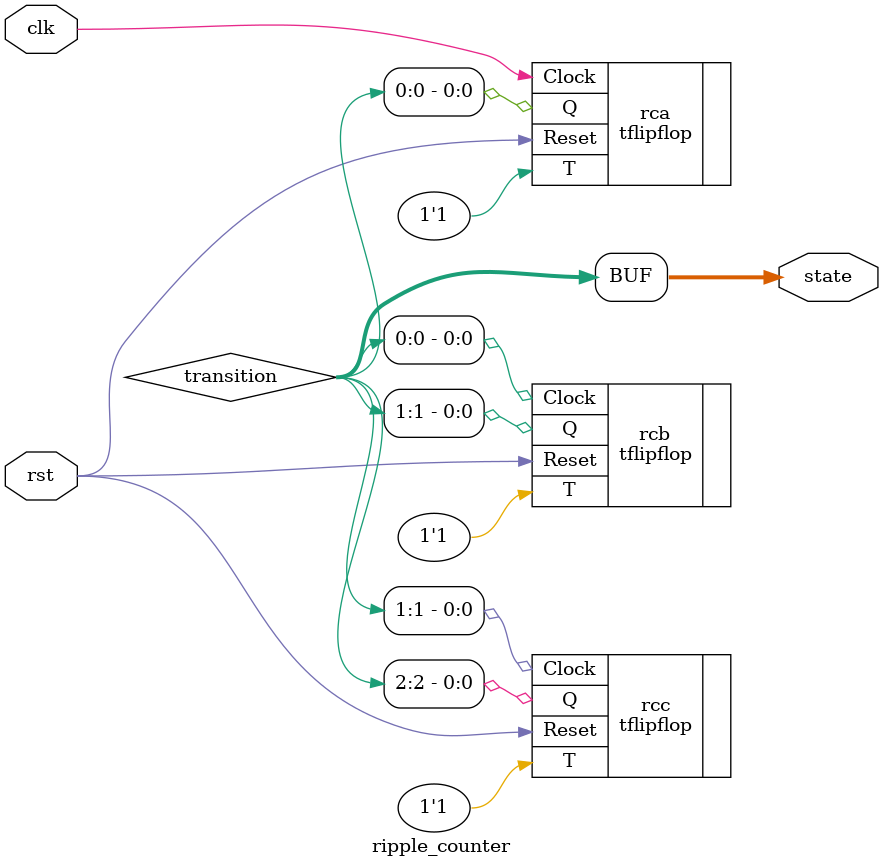
<source format=v>
module ripple_counter(
//connect clocks of flip flops to previous q
//need to store the states of the flip flops in a wire 
        input clk, rst,
        output [2:0]state
    );
    
    wire [2:0]transition;
    
    tflipflop rca(
        .T(1'b1),
        .Clock(clk),
        .Q(transition[0]),
        .Reset(rst)
    );
    
    tflipflop rcb(
        .T(1'b1),
        .Clock(transition[0]),
        .Reset(rst),
        .Q(transition[1])
    );
    
    tflipflop rcc(
        .T(1'b1),
        .Clock(transition[1]),
        .Reset(rst),
        .Q(transition[2])
    );
    
    assign state = transition;
        
endmodule

</source>
